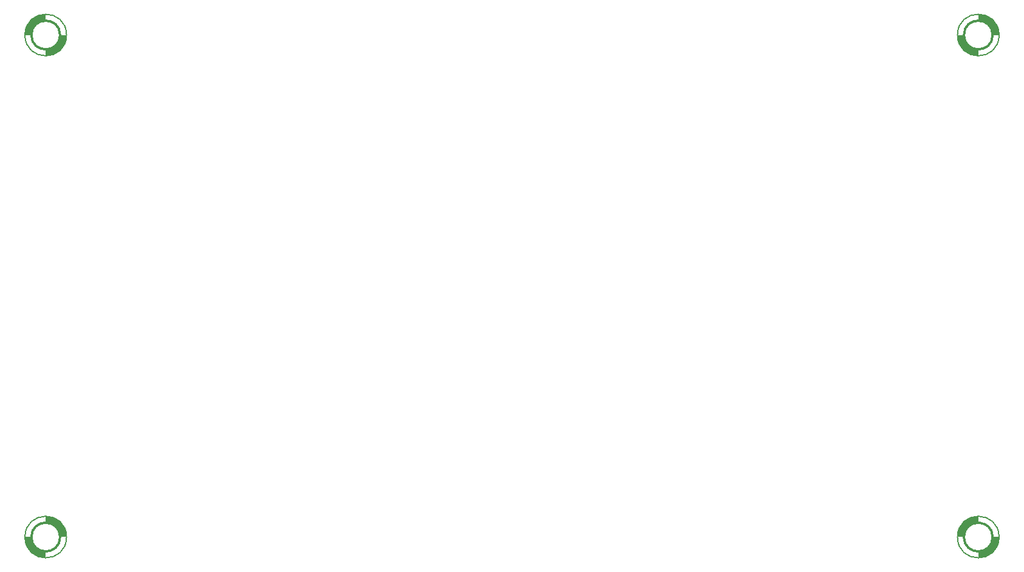
<source format=gbo>
G04 Layer_Color=32896*
%FSLAX44Y44*%
%MOMM*%
G71*
G01*
G75*
%ADD45C,0.3000*%
%ADD46C,0.1500*%
G36*
X57150Y77950D02*
X61050Y77300D01*
X63000Y75350D01*
X64950D01*
X69500Y70800D01*
X70150D01*
X74700Y66250D01*
Y64300D01*
X76650Y62350D01*
Y59750D01*
X78600Y57800D01*
Y53250D01*
X79250Y52600D01*
Y50000D01*
X70150D01*
Y53250D01*
X68850Y54550D01*
Y58450D01*
X64950Y62350D01*
Y63000D01*
X60400Y67550D01*
X59100D01*
X57150Y69500D01*
X50500D01*
X50000Y70000D01*
Y79000D01*
X54800D01*
X57150Y77950D01*
D02*
G37*
G36*
X1350000Y70150D02*
X1346750D01*
X1345450Y68850D01*
X1341550D01*
X1337650Y64950D01*
X1337000D01*
X1332450Y60400D01*
Y59100D01*
X1330500Y57150D01*
Y50500D01*
X1330000Y50000D01*
X1321000D01*
Y54800D01*
X1322050Y57150D01*
X1322700Y61050D01*
X1324650Y63000D01*
Y64950D01*
X1329200Y69500D01*
Y70150D01*
X1333750Y74700D01*
X1335700D01*
X1337650Y76650D01*
X1340250D01*
X1342200Y78600D01*
X1346750D01*
X1347400Y79250D01*
X1350000D01*
Y70150D01*
D02*
G37*
G36*
X1379000Y45200D02*
X1377950Y42850D01*
X1377300Y38950D01*
X1375350Y37000D01*
Y35050D01*
X1370800Y30500D01*
Y29850D01*
X1366250Y25300D01*
X1364300D01*
X1362350Y23350D01*
X1359750D01*
X1357800Y21400D01*
X1353250D01*
X1352600Y20750D01*
X1350000D01*
Y29850D01*
X1353250D01*
X1354550Y31150D01*
X1358450D01*
X1362350Y35050D01*
X1363000D01*
X1367550Y39600D01*
Y40900D01*
X1369500Y42850D01*
Y49500D01*
X1370000Y50000D01*
X1379000D01*
Y45200D01*
D02*
G37*
G36*
X29850Y46750D02*
X31150Y45450D01*
Y41550D01*
X35050Y37650D01*
Y37000D01*
X39600Y32450D01*
X40900D01*
X42850Y30500D01*
X49500D01*
X50000Y30000D01*
Y21000D01*
X45200D01*
X42850Y22050D01*
X38950Y22700D01*
X37000Y24650D01*
X35050D01*
X30500Y29200D01*
X29850D01*
X25300Y33750D01*
Y35700D01*
X23350Y37650D01*
Y40250D01*
X21400Y42200D01*
Y46750D01*
X20750Y47400D01*
Y50000D01*
X29850D01*
Y46750D01*
D02*
G37*
G36*
X50000Y770150D02*
X46750D01*
X45450Y768850D01*
X41550D01*
X37650Y764950D01*
X37000D01*
X32450Y760400D01*
Y759100D01*
X30500Y757150D01*
Y750500D01*
X30000Y750000D01*
X21000D01*
Y754800D01*
X22050Y757150D01*
X22700Y761050D01*
X24650Y763000D01*
Y764950D01*
X29200Y769500D01*
Y770150D01*
X33750Y774700D01*
X35700D01*
X37650Y776650D01*
X40250D01*
X42200Y778600D01*
X46750D01*
X47400Y779250D01*
X50000D01*
Y770150D01*
D02*
G37*
G36*
X1357150Y777950D02*
X1361050Y777300D01*
X1363000Y775350D01*
X1364950D01*
X1369500Y770800D01*
X1370150D01*
X1374700Y766250D01*
Y764300D01*
X1376650Y762350D01*
Y759750D01*
X1378600Y757800D01*
Y753250D01*
X1379250Y752600D01*
Y750000D01*
X1370150D01*
Y753250D01*
X1368850Y754550D01*
Y758450D01*
X1364950Y762350D01*
Y763000D01*
X1360400Y767550D01*
X1359100D01*
X1357150Y769500D01*
X1350500D01*
X1350000Y770000D01*
Y779000D01*
X1354800D01*
X1357150Y777950D01*
D02*
G37*
G36*
X79000Y745200D02*
X77950Y742850D01*
X77300Y738950D01*
X75350Y737000D01*
Y735050D01*
X70800Y730500D01*
Y729850D01*
X66250Y725300D01*
X64300D01*
X62350Y723350D01*
X59750D01*
X57800Y721400D01*
X53250D01*
X52600Y720750D01*
X50000D01*
Y729850D01*
X53250D01*
X54550Y731150D01*
X58450D01*
X62350Y735050D01*
X63000D01*
X67550Y739600D01*
Y740900D01*
X69500Y742850D01*
Y749500D01*
X70000Y750000D01*
X79000D01*
Y745200D01*
D02*
G37*
G36*
X1329850Y746750D02*
X1331150Y745450D01*
Y741550D01*
X1335050Y737650D01*
Y737000D01*
X1339600Y732450D01*
X1340900D01*
X1342850Y730500D01*
X1349500D01*
X1350000Y730000D01*
Y721000D01*
X1345200D01*
X1342850Y722050D01*
X1338950Y722700D01*
X1337000Y724650D01*
X1335050D01*
X1330500Y729200D01*
X1329850D01*
X1325300Y733750D01*
Y735700D01*
X1323350Y737650D01*
Y740250D01*
X1321400Y742200D01*
Y746750D01*
X1320750Y747400D01*
Y750000D01*
X1329850D01*
Y746750D01*
D02*
G37*
D45*
X70000Y750000D02*
G03*
X70000Y750000I-20000J0D01*
G01*
X1370000Y50000D02*
G03*
X1370000Y50000I-20000J0D01*
G01*
Y750000D02*
G03*
X1370000Y750000I-20000J0D01*
G01*
X70000Y50000D02*
G03*
X70000Y50000I-20000J0D01*
G01*
D46*
X79000Y750000D02*
G03*
X79000Y750000I-29000J0D01*
G01*
X1379000Y50000D02*
G03*
X1379000Y50000I-29000J0D01*
G01*
Y750000D02*
G03*
X1379000Y750000I-29000J0D01*
G01*
X79000Y50000D02*
G03*
X79000Y50000I-29000J0D01*
G01*
M02*

</source>
